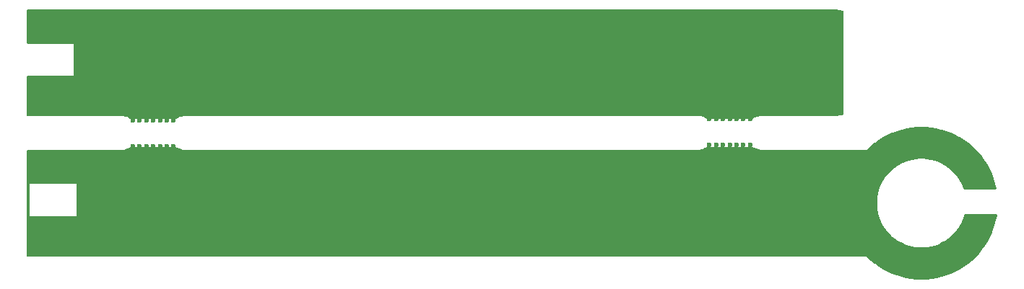
<source format=gbr>
%TF.GenerationSoftware,KiCad,Pcbnew,9.0.0*%
%TF.CreationDate,2025-03-22T23:03:39+01:00*%
%TF.ProjectId,Near-Field Probes,4e656172-2d46-4696-956c-642050726f62,1.0*%
%TF.SameCoordinates,Original*%
%TF.FileFunction,Copper,L2,Inr*%
%TF.FilePolarity,Positive*%
%FSLAX46Y46*%
G04 Gerber Fmt 4.6, Leading zero omitted, Abs format (unit mm)*
G04 Created by KiCad (PCBNEW 9.0.0) date 2025-03-22 23:03:39*
%MOMM*%
%LPD*%
G01*
G04 APERTURE LIST*
%TA.AperFunction,ViaPad*%
%ADD10C,0.600000*%
%TD*%
G04 APERTURE END LIST*
D10*
%TO.N,GND*%
X108000000Y-118000000D03*
X149870173Y-122701820D03*
X159244453Y-112350197D03*
X61700000Y-101500000D03*
X78700000Y-101500000D03*
X153918912Y-109167588D03*
X83700000Y-98900000D03*
X160241916Y-113528669D03*
X104000000Y-115400000D03*
X78000000Y-115400000D03*
X82700000Y-98900000D03*
X152376416Y-124210967D03*
X114000000Y-115400000D03*
X150812307Y-112445080D03*
X132000000Y-118000000D03*
X155009596Y-110728377D03*
X125000000Y-118000000D03*
X69000000Y-118000000D03*
X52800000Y-97150000D03*
X99000000Y-118000000D03*
X160681168Y-119446934D03*
X98000000Y-115400000D03*
X150913347Y-121424403D03*
X102700000Y-101500000D03*
X57000000Y-115400000D03*
X65800000Y-107200000D03*
X104000000Y-118000000D03*
X60000000Y-115400000D03*
X62700000Y-98900000D03*
X74700000Y-101500000D03*
X88000000Y-118000000D03*
X95000000Y-115400000D03*
X100000000Y-115400000D03*
X140000000Y-115400000D03*
X105000000Y-115400000D03*
X160622152Y-114202250D03*
X135000000Y-115400000D03*
X148936482Y-117343189D03*
X55800000Y-95950000D03*
X159814416Y-123093304D03*
X85000000Y-115400000D03*
X77700000Y-98900000D03*
X137000000Y-115400000D03*
X122700000Y-98900000D03*
X62600000Y-107200000D03*
X105700000Y-101500000D03*
X148391357Y-112860361D03*
X63000000Y-115400000D03*
X103000000Y-118000000D03*
X144000000Y-118000000D03*
X55800000Y-112400000D03*
X94700000Y-98900000D03*
X140000000Y-118000000D03*
X117700000Y-98900000D03*
X104700000Y-101500000D03*
X54350000Y-94825000D03*
X125700000Y-101500000D03*
X95700000Y-101500000D03*
X160287639Y-111072780D03*
X58000000Y-118000000D03*
X111700000Y-98900000D03*
X66000000Y-115400000D03*
X106700000Y-101500000D03*
X136700000Y-101500000D03*
X134200000Y-107000000D03*
X123000000Y-115400000D03*
X67000000Y-118000000D03*
X160975319Y-111771456D03*
X91700000Y-101500000D03*
X70000000Y-118000000D03*
X123700000Y-101500000D03*
X57700000Y-101500000D03*
X147000000Y-115400000D03*
X105000000Y-118000000D03*
X108700000Y-101500000D03*
X161570009Y-112550813D03*
X142700000Y-98900000D03*
X62600000Y-110200000D03*
X111700000Y-101500000D03*
X158642956Y-111863891D03*
X147000000Y-118000000D03*
X70700000Y-101500000D03*
X133400000Y-107000000D03*
X89000000Y-115400000D03*
X149841614Y-113645699D03*
X131000000Y-118000000D03*
X128000000Y-118000000D03*
X78700000Y-98900000D03*
X98700000Y-98900000D03*
X102700000Y-98900000D03*
X151514844Y-121910709D03*
X162062331Y-113398558D03*
X101000000Y-115400000D03*
X148095481Y-120376042D03*
X86000000Y-118000000D03*
X147713292Y-119473277D03*
X51050000Y-122075000D03*
X144700000Y-101500000D03*
X117000000Y-118000000D03*
X65000000Y-118000000D03*
X130700000Y-101500000D03*
X54350000Y-113575000D03*
X117700000Y-101500000D03*
X74000000Y-115400000D03*
X155262216Y-124691526D03*
X156543435Y-110904636D03*
X72700000Y-98900000D03*
X129000000Y-115400000D03*
X75700000Y-98900000D03*
X63000000Y-118000000D03*
X123700000Y-98900000D03*
X143000000Y-118000000D03*
X130200000Y-110000000D03*
X63400000Y-107200000D03*
X158677985Y-109960094D03*
X114700000Y-101500000D03*
X134200000Y-110000000D03*
X143700000Y-98900000D03*
X63700000Y-101500000D03*
X110000000Y-115400000D03*
X108700000Y-98900000D03*
X107000000Y-118000000D03*
X136700000Y-98900000D03*
X131700000Y-101500000D03*
X87000000Y-118000000D03*
X152172548Y-122317793D03*
X158106715Y-122251018D03*
X141700000Y-98900000D03*
X93700000Y-98900000D03*
X122000000Y-115400000D03*
X121000000Y-115400000D03*
X51050000Y-113575000D03*
X58000000Y-115400000D03*
X122700000Y-101500000D03*
X126700000Y-98900000D03*
X81700000Y-98900000D03*
X91000000Y-118000000D03*
X160957800Y-118724600D03*
X92700000Y-98900000D03*
X98000000Y-118000000D03*
X151158555Y-110136715D03*
X114700000Y-98900000D03*
X65700000Y-101500000D03*
X138000000Y-118000000D03*
X161209012Y-121720658D03*
X148587803Y-121223787D03*
X118000000Y-118000000D03*
X159868608Y-120759746D03*
X86700000Y-98900000D03*
X133000000Y-118000000D03*
X119000000Y-118000000D03*
X85700000Y-98900000D03*
X130000000Y-118000000D03*
X78000000Y-118000000D03*
X54350000Y-97125000D03*
X124700000Y-101500000D03*
X150377544Y-120866545D03*
X73700000Y-98900000D03*
X134000000Y-115400000D03*
X64000000Y-115400000D03*
X120000000Y-115400000D03*
X126000000Y-115400000D03*
X157410588Y-122588209D03*
X64700000Y-98900000D03*
X59700000Y-101500000D03*
X141700000Y-101500000D03*
X162557812Y-119124600D03*
X135000000Y-110000000D03*
X81000000Y-115400000D03*
X79700000Y-98900000D03*
X89700000Y-101500000D03*
X153480112Y-110939106D03*
X82700000Y-101500000D03*
X66000000Y-118000000D03*
X81000000Y-118000000D03*
X162218431Y-120044314D03*
X125700000Y-98900000D03*
X112000000Y-115400000D03*
X52800000Y-113600000D03*
X96000000Y-115400000D03*
X103000000Y-115400000D03*
X116000000Y-115400000D03*
X113700000Y-98900000D03*
X90700000Y-101500000D03*
X54350000Y-103325000D03*
X65700000Y-98900000D03*
X56700000Y-98900000D03*
X85700000Y-101500000D03*
X132600000Y-110000000D03*
X142700000Y-101500000D03*
X102000000Y-118000000D03*
X124700000Y-98900000D03*
X120700000Y-101500000D03*
X105700000Y-98900000D03*
X151402708Y-111945362D03*
X118700000Y-98900000D03*
X112700000Y-101500000D03*
X115000000Y-115400000D03*
X54350000Y-122075000D03*
X128000000Y-115400000D03*
X130200000Y-107000000D03*
X106000000Y-118000000D03*
X81700000Y-101500000D03*
X60700000Y-101500000D03*
X73000000Y-115400000D03*
X108000000Y-115400000D03*
X94000000Y-118000000D03*
X157985252Y-111456807D03*
X83700000Y-101500000D03*
X90700000Y-98900000D03*
X95700000Y-98900000D03*
X158999257Y-123637885D03*
X65000000Y-110200000D03*
X130700000Y-98900000D03*
X154282642Y-124652962D03*
X95000000Y-118000000D03*
X97700000Y-98900000D03*
X67000000Y-115400000D03*
X68000000Y-115400000D03*
X135000000Y-118000000D03*
X133700000Y-98900000D03*
X99000000Y-115400000D03*
X69700000Y-101500000D03*
X152051085Y-111523582D03*
X86000000Y-115400000D03*
X131000000Y-115400000D03*
X130000000Y-115400000D03*
X162444520Y-114301323D03*
X135700000Y-101500000D03*
X52800000Y-122100000D03*
X76000000Y-115400000D03*
X127000000Y-118000000D03*
X155875170Y-109121638D03*
X152876086Y-122639234D03*
X66600000Y-107200000D03*
X156842187Y-109282671D03*
X155148204Y-123046223D03*
X149476632Y-114327666D03*
X146000000Y-118000000D03*
X91000000Y-115400000D03*
X88700000Y-98900000D03*
X128700000Y-101500000D03*
X142000000Y-115400000D03*
X54350000Y-105625000D03*
X138000000Y-115400000D03*
X154375740Y-123006344D03*
X71000000Y-115400000D03*
X51050000Y-97125000D03*
X127000000Y-115400000D03*
X84000000Y-115400000D03*
X121000000Y-118000000D03*
X123000000Y-118000000D03*
X61700000Y-98900000D03*
X62000000Y-118000000D03*
X83000000Y-118000000D03*
X119700000Y-101500000D03*
X109000000Y-115400000D03*
X51050000Y-94775000D03*
X75000000Y-115400000D03*
X158755092Y-121829238D03*
X157281714Y-111135366D03*
X52800000Y-103300000D03*
X152960523Y-109373846D03*
X129000000Y-118000000D03*
X102000000Y-115400000D03*
X64200000Y-107200000D03*
X51050000Y-103275000D03*
X133700000Y-101500000D03*
X152747212Y-111186391D03*
X107700000Y-101500000D03*
X60000000Y-118000000D03*
X75000000Y-118000000D03*
X87700000Y-101500000D03*
X144700000Y-98900000D03*
X51050000Y-111225000D03*
X69700000Y-98900000D03*
X83000000Y-115400000D03*
X99700000Y-98900000D03*
X160914968Y-114918176D03*
X73000000Y-118000000D03*
X100700000Y-98900000D03*
X67700000Y-98900000D03*
X131000000Y-107000000D03*
X144000000Y-115400000D03*
X79000000Y-115400000D03*
X143700000Y-101500000D03*
X94000000Y-115400000D03*
X64000000Y-118000000D03*
X157781396Y-109563633D03*
X52800000Y-94800000D03*
X76000000Y-118000000D03*
X159345493Y-121329520D03*
X97000000Y-118000000D03*
X88700000Y-101500000D03*
X115700000Y-98900000D03*
X128700000Y-98900000D03*
X115700000Y-101500000D03*
X121700000Y-101500000D03*
X63700000Y-98900000D03*
X67400000Y-110200000D03*
X150343396Y-110681296D03*
X77000000Y-118000000D03*
X66700000Y-98900000D03*
X141000000Y-118000000D03*
X135700000Y-98900000D03*
X55800000Y-104450000D03*
X109700000Y-101500000D03*
X125000000Y-115400000D03*
X94700000Y-101500000D03*
X112700000Y-98900000D03*
X68700000Y-98900000D03*
X150639998Y-123308799D03*
X96000000Y-118000000D03*
X120700000Y-98900000D03*
X116700000Y-98900000D03*
X133000000Y-115400000D03*
X149042055Y-118109443D03*
X67400000Y-107200000D03*
X147600000Y-114650000D03*
X133400000Y-110000000D03*
X87000000Y-115400000D03*
X86700000Y-101500000D03*
X51050000Y-105625000D03*
X110000000Y-118000000D03*
X70000000Y-115400000D03*
X101000000Y-118000000D03*
X71700000Y-101500000D03*
X145000000Y-118000000D03*
X57700000Y-98900000D03*
X127700000Y-98900000D03*
X65000000Y-115400000D03*
X106700000Y-98900000D03*
X132000000Y-115400000D03*
X129700000Y-98900000D03*
X107000000Y-115400000D03*
X52800000Y-105650000D03*
X118000000Y-115400000D03*
X110700000Y-98900000D03*
X98700000Y-101500000D03*
X74000000Y-118000000D03*
X101700000Y-98900000D03*
X96700000Y-98900000D03*
X61000000Y-115400000D03*
X149535648Y-119572350D03*
X56700000Y-101500000D03*
X110700000Y-101500000D03*
X72000000Y-115400000D03*
X80700000Y-101500000D03*
X64200000Y-110200000D03*
X80700000Y-98900000D03*
X131700000Y-98900000D03*
X148948800Y-112053942D03*
X71000000Y-118000000D03*
X116000000Y-118000000D03*
X119000000Y-115400000D03*
X57000000Y-118000000D03*
X143000000Y-115400000D03*
X158122271Y-124076005D03*
X136000000Y-118000000D03*
X156677688Y-122835494D03*
X66600000Y-110200000D03*
X51050000Y-119725000D03*
X87700000Y-98900000D03*
X100000000Y-118000000D03*
X72000000Y-118000000D03*
X84000000Y-118000000D03*
X149242832Y-118856424D03*
X114000000Y-118000000D03*
X117000000Y-115400000D03*
X149016082Y-115801309D03*
X148247422Y-115360601D03*
X159517814Y-110465801D03*
X103700000Y-98900000D03*
X76700000Y-101500000D03*
X137000000Y-118000000D03*
X154895596Y-109083074D03*
X67700000Y-101500000D03*
X76700000Y-98900000D03*
X149915884Y-120245931D03*
X139000000Y-115400000D03*
X145000000Y-115400000D03*
X138700000Y-101500000D03*
X111000000Y-115400000D03*
X75700000Y-101500000D03*
X59000000Y-118000000D03*
X131800000Y-110000000D03*
X139000000Y-118000000D03*
X122000000Y-118000000D03*
X92000000Y-115400000D03*
X139700000Y-98900000D03*
X152035541Y-109698595D03*
X60700000Y-98900000D03*
X131800000Y-107000000D03*
X91700000Y-98900000D03*
X112000000Y-118000000D03*
X92000000Y-118000000D03*
X154238225Y-110785628D03*
X74700000Y-98900000D03*
X115000000Y-118000000D03*
X159780256Y-112908055D03*
X126000000Y-118000000D03*
X63400000Y-110200000D03*
X124000000Y-118000000D03*
X137700000Y-101500000D03*
X132700000Y-101500000D03*
X149182493Y-122003144D03*
X118700000Y-101500000D03*
X109000000Y-118000000D03*
X149602918Y-111323749D03*
X109700000Y-98900000D03*
X160554894Y-122450851D03*
X99700000Y-101500000D03*
X134000000Y-118000000D03*
X129700000Y-101500000D03*
X79700000Y-101500000D03*
X147939381Y-113730286D03*
X100700000Y-101500000D03*
X101700000Y-101500000D03*
X65800000Y-110200000D03*
X140700000Y-98900000D03*
X77000000Y-115400000D03*
X126700000Y-101500000D03*
X113700000Y-101500000D03*
X80000000Y-115400000D03*
X131000000Y-110000000D03*
X149200000Y-115050000D03*
X82000000Y-115400000D03*
X97700000Y-101500000D03*
X52800000Y-119750000D03*
X120000000Y-118000000D03*
X58700000Y-101500000D03*
X84700000Y-98900000D03*
X103700000Y-101500000D03*
X135000000Y-107000000D03*
X151479827Y-123814506D03*
X148927779Y-116569745D03*
X90000000Y-115400000D03*
X62700000Y-101500000D03*
X132700000Y-98900000D03*
X62000000Y-115400000D03*
X132600000Y-107000000D03*
X119700000Y-98900000D03*
X139700000Y-101500000D03*
X134700000Y-101500000D03*
X161766455Y-120914239D03*
X89000000Y-118000000D03*
X79000000Y-118000000D03*
X66700000Y-101500000D03*
X93000000Y-118000000D03*
X155782060Y-110768256D03*
X116700000Y-101500000D03*
X88000000Y-115400000D03*
X59700000Y-98900000D03*
X142000000Y-118000000D03*
X127700000Y-101500000D03*
X55800000Y-120900000D03*
X82000000Y-118000000D03*
X93000000Y-115400000D03*
X58700000Y-98900000D03*
X54350000Y-119775000D03*
X71700000Y-98900000D03*
X54350000Y-111275000D03*
X72700000Y-101500000D03*
X68700000Y-101500000D03*
X92700000Y-101500000D03*
X138700000Y-98900000D03*
X136000000Y-115400000D03*
X121700000Y-98900000D03*
X140700000Y-101500000D03*
X96700000Y-101500000D03*
X68000000Y-118000000D03*
X65000000Y-107200000D03*
X111000000Y-118000000D03*
X89700000Y-98900000D03*
X80000000Y-118000000D03*
X106000000Y-115400000D03*
X97000000Y-115400000D03*
X52800000Y-111250000D03*
X153315625Y-124491929D03*
X155919575Y-122988972D03*
X84700000Y-101500000D03*
X137700000Y-98900000D03*
X157197289Y-124400754D03*
X107700000Y-98900000D03*
X156238900Y-124607012D03*
X134700000Y-98900000D03*
X150289192Y-113014854D03*
X141000000Y-115400000D03*
X61000000Y-118000000D03*
X85000000Y-118000000D03*
X113000000Y-115400000D03*
X124000000Y-115400000D03*
X73700000Y-101500000D03*
X90000000Y-118000000D03*
X59000000Y-115400000D03*
X93700000Y-101500000D03*
X64700000Y-101500000D03*
X77700000Y-101500000D03*
X146000000Y-115400000D03*
X113000000Y-118000000D03*
X70700000Y-98900000D03*
X104700000Y-98900000D03*
X160316186Y-120128901D03*
X69000000Y-115400000D03*
X153614365Y-122869964D03*
%TD*%
%TA.AperFunction,Conductor*%
%TO.N,GND*%
G36*
X144689951Y-94100617D02*
G01*
X145100824Y-94118582D01*
X145111610Y-94119527D01*
X145516671Y-94172938D01*
X145527301Y-94174816D01*
X145852880Y-94247113D01*
X145914059Y-94280862D01*
X145947279Y-94342329D01*
X145950000Y-94368164D01*
X145950000Y-106407476D01*
X145930315Y-106474515D01*
X145877511Y-106520270D01*
X145852865Y-106528531D01*
X145531530Y-106599843D01*
X145520866Y-106601725D01*
X145116083Y-106655069D01*
X145105296Y-106656014D01*
X144883668Y-106665699D01*
X144694137Y-106673982D01*
X144689917Y-106674094D01*
X144689281Y-106674100D01*
X144652096Y-106674100D01*
X144651228Y-106674459D01*
X144638624Y-106674578D01*
X144638338Y-106674497D01*
X144637453Y-106674584D01*
X136247380Y-106674500D01*
X136231318Y-106672155D01*
X136231276Y-106672609D01*
X136219117Y-106671467D01*
X136196029Y-106673847D01*
X136196011Y-106673849D01*
X136189684Y-106674500D01*
X136160120Y-106674500D01*
X136150344Y-106678547D01*
X136132326Y-106680402D01*
X136132312Y-106680399D01*
X136132287Y-106680406D01*
X136043560Y-106689507D01*
X136009371Y-106697922D01*
X135778275Y-106754801D01*
X135778270Y-106754803D01*
X135524565Y-106856118D01*
X135524557Y-106856121D01*
X135300994Y-106983698D01*
X135239536Y-107000000D01*
X129990898Y-107000000D01*
X129923859Y-106980315D01*
X129921954Y-106979067D01*
X129785721Y-106887937D01*
X129785714Y-106887933D01*
X129543117Y-106769449D01*
X129286764Y-106684761D01*
X129187398Y-106666355D01*
X129187361Y-106666348D01*
X129174579Y-106663976D01*
X129157201Y-106656784D01*
X129135852Y-106656789D01*
X129124616Y-106654705D01*
X129124607Y-106654700D01*
X129124579Y-106654698D01*
X129114816Y-106652883D01*
X129109023Y-106654111D01*
X129083356Y-106656804D01*
X68550865Y-106674487D01*
X68550866Y-106674488D01*
X68536179Y-106674492D01*
X68520487Y-106670728D01*
X68496675Y-106674503D01*
X68486923Y-106674506D01*
X68486923Y-106674507D01*
X68472561Y-106674511D01*
X68472552Y-106674513D01*
X68471186Y-106675080D01*
X68443170Y-106682992D01*
X68349210Y-106697922D01*
X68349204Y-106697923D01*
X68093387Y-106774695D01*
X67850150Y-106885026D01*
X67697029Y-106981052D01*
X67631149Y-107000000D01*
X62376675Y-107000000D01*
X62310440Y-106980828D01*
X62162387Y-106887281D01*
X62162377Y-106887275D01*
X61919488Y-106776117D01*
X61919475Y-106776112D01*
X61663902Y-106698481D01*
X61663884Y-106698477D01*
X61569444Y-106683149D01*
X61569444Y-106683150D01*
X61567384Y-106682815D01*
X61555179Y-106680835D01*
X61539889Y-106674501D01*
X61516121Y-106674500D01*
X61507554Y-106673112D01*
X61506251Y-106672901D01*
X61506248Y-106672899D01*
X61492694Y-106670704D01*
X61492688Y-106670705D01*
X61490704Y-106671174D01*
X61462186Y-106674497D01*
X50324496Y-106674111D01*
X50257457Y-106654424D01*
X50211704Y-106601619D01*
X50200500Y-106550111D01*
X50200500Y-102024000D01*
X50220185Y-101956961D01*
X50272989Y-101911206D01*
X50324500Y-101900000D01*
X55700000Y-101900000D01*
X55700000Y-98150000D01*
X50324500Y-98150000D01*
X50257461Y-98130315D01*
X50211706Y-98077511D01*
X50200500Y-98026000D01*
X50200500Y-94224500D01*
X50220185Y-94157461D01*
X50272989Y-94111706D01*
X50324500Y-94100500D01*
X144647371Y-94100500D01*
X144684536Y-94100500D01*
X144689951Y-94100617D01*
G37*
%TD.AperFunction*%
%TD*%
%TA.AperFunction,Conductor*%
%TO.N,GND*%
G36*
X67773613Y-110344418D02*
G01*
X67837737Y-110385268D01*
X68080186Y-110497321D01*
X68335454Y-110575907D01*
X68444481Y-110594023D01*
X68460118Y-110600500D01*
X68483486Y-110600500D01*
X68506538Y-110604323D01*
X68508681Y-110603825D01*
X68509142Y-110603718D01*
X68537209Y-110600500D01*
X128972245Y-110600500D01*
X128983914Y-110603794D01*
X129011803Y-110600500D01*
X129039882Y-110600500D01*
X129039884Y-110600500D01*
X129051173Y-110598253D01*
X129068353Y-110593777D01*
X129157584Y-110583299D01*
X129418986Y-110515764D01*
X129668895Y-110413600D01*
X129793690Y-110341595D01*
X129855659Y-110325000D01*
X135342053Y-110325000D01*
X135406211Y-110342888D01*
X135476307Y-110385270D01*
X135479954Y-110387475D01*
X135731030Y-110495171D01*
X135994578Y-110567144D01*
X136265542Y-110602011D01*
X136400427Y-110600507D01*
X136401808Y-110600500D01*
X147605366Y-110600500D01*
X147782697Y-123174100D01*
X50324500Y-123174100D01*
X50257461Y-123154415D01*
X50211706Y-123101611D01*
X50200500Y-123050100D01*
X50200500Y-118400000D01*
X50500000Y-118400000D01*
X56000000Y-118400000D01*
X56000000Y-114650000D01*
X50500000Y-114650000D01*
X50500000Y-118400000D01*
X50200500Y-118400000D01*
X50200500Y-110724500D01*
X50220185Y-110657461D01*
X50272989Y-110611706D01*
X50324500Y-110600500D01*
X61462171Y-110600500D01*
X61490693Y-110603825D01*
X61492687Y-110604296D01*
X61492691Y-110604297D01*
X61504416Y-110602397D01*
X61506286Y-110602095D01*
X61526111Y-110600500D01*
X61539881Y-110600500D01*
X61539882Y-110600500D01*
X61541835Y-110599690D01*
X61569417Y-110591853D01*
X61663896Y-110576520D01*
X61773660Y-110543179D01*
X61919475Y-110498888D01*
X61919478Y-110498886D01*
X61919487Y-110498884D01*
X62162381Y-110387722D01*
X62231306Y-110344172D01*
X62297541Y-110325000D01*
X67706990Y-110325000D01*
X67773613Y-110344418D01*
G37*
%TD.AperFunction*%
%TD*%
%TA.AperFunction,Conductor*%
%TO.N,GND*%
G36*
X155661781Y-107932458D02*
G01*
X155669859Y-107932988D01*
X156246215Y-107989754D01*
X156254213Y-107990807D01*
X156825628Y-108085148D01*
X156833571Y-108086728D01*
X157397586Y-108218238D01*
X157405394Y-108220331D01*
X157874831Y-108362733D01*
X157959598Y-108388447D01*
X157967282Y-108391056D01*
X158509268Y-108595045D01*
X158516765Y-108598150D01*
X159044291Y-108837168D01*
X159051533Y-108840740D01*
X159505463Y-109083371D01*
X159562282Y-109113742D01*
X159569309Y-109117799D01*
X160061096Y-109423612D01*
X160067843Y-109428120D01*
X160538578Y-109765444D01*
X160545016Y-109770384D01*
X160992686Y-110137776D01*
X160998783Y-110143123D01*
X161421473Y-110539016D01*
X161427185Y-110544728D01*
X161640602Y-110772591D01*
X161823074Y-110967415D01*
X161828424Y-110973515D01*
X162195817Y-111421185D01*
X162200753Y-111427618D01*
X162471351Y-111805236D01*
X162538082Y-111898358D01*
X162542590Y-111905105D01*
X162848402Y-112396892D01*
X162852459Y-112403919D01*
X163125451Y-112914651D01*
X163129040Y-112921928D01*
X163368050Y-113449436D01*
X163371155Y-113456933D01*
X163575144Y-113998919D01*
X163577753Y-114006603D01*
X163745865Y-114560792D01*
X163747965Y-114568629D01*
X163867698Y-115082135D01*
X163871361Y-115097842D01*
X163867414Y-115167600D01*
X163826379Y-115224151D01*
X163761285Y-115249539D01*
X163750600Y-115250000D01*
X160104060Y-115250000D01*
X160037021Y-115230315D01*
X159991266Y-115177511D01*
X159987538Y-115168411D01*
X159975950Y-115136575D01*
X159888118Y-114895259D01*
X159696200Y-114483689D01*
X159469141Y-114090412D01*
X159469133Y-114090401D01*
X159469129Y-114090394D01*
X159208669Y-113718418D01*
X158986064Y-113453129D01*
X158916769Y-113370546D01*
X158595660Y-113049437D01*
X158439301Y-112918236D01*
X158247787Y-112757536D01*
X157875811Y-112497076D01*
X157875800Y-112497069D01*
X157875794Y-112497065D01*
X157702290Y-112396892D01*
X157482523Y-112270009D01*
X157482508Y-112270001D01*
X157070956Y-112078092D01*
X157070954Y-112078091D01*
X157070947Y-112078088D01*
X156644216Y-111922770D01*
X156644215Y-111922769D01*
X156644205Y-111922766D01*
X156205579Y-111805238D01*
X156205582Y-111805238D01*
X156205572Y-111805236D01*
X156142433Y-111794102D01*
X155758356Y-111726379D01*
X155305968Y-111686800D01*
X155305965Y-111686800D01*
X154851847Y-111686800D01*
X154851843Y-111686800D01*
X154399455Y-111726379D01*
X153952245Y-111805235D01*
X153952242Y-111805235D01*
X153952240Y-111805236D01*
X153952235Y-111805237D01*
X153952232Y-111805238D01*
X153513606Y-111922766D01*
X153300230Y-112000429D01*
X153086865Y-112078088D01*
X153086861Y-112078089D01*
X153086855Y-112078092D01*
X152675303Y-112270001D01*
X152675288Y-112270009D01*
X152282026Y-112497060D01*
X152282000Y-112497076D01*
X151910024Y-112757536D01*
X151562149Y-113049439D01*
X151241045Y-113370543D01*
X150949142Y-113718418D01*
X150688682Y-114090394D01*
X150688666Y-114090420D01*
X150461615Y-114483682D01*
X150461607Y-114483697D01*
X150269698Y-114895249D01*
X150114372Y-115322000D01*
X149996844Y-115760626D01*
X149996841Y-115760639D01*
X149917985Y-116207849D01*
X149878406Y-116660237D01*
X149878406Y-117114362D01*
X149917985Y-117566750D01*
X149996841Y-118013960D01*
X149996844Y-118013973D01*
X150114372Y-118452599D01*
X150114375Y-118452609D01*
X150114376Y-118452610D01*
X150269694Y-118879341D01*
X150269697Y-118879348D01*
X150269698Y-118879350D01*
X150461607Y-119290902D01*
X150461612Y-119290911D01*
X150688671Y-119684188D01*
X150688675Y-119684194D01*
X150688682Y-119684205D01*
X150949142Y-120056181D01*
X151160129Y-120307625D01*
X151241043Y-120404054D01*
X151562152Y-120725163D01*
X151706794Y-120846532D01*
X151910024Y-121017063D01*
X152282000Y-121277523D01*
X152282007Y-121277527D01*
X152282018Y-121277535D01*
X152650594Y-121490333D01*
X152675288Y-121504590D01*
X152675303Y-121504598D01*
X152858215Y-121589890D01*
X153086865Y-121696512D01*
X153513596Y-121851830D01*
X153513602Y-121851831D01*
X153513606Y-121851833D01*
X153633057Y-121883839D01*
X153952240Y-121969364D01*
X154399458Y-122048221D01*
X154851845Y-122087799D01*
X154851846Y-122087800D01*
X154851847Y-122087800D01*
X155305966Y-122087800D01*
X155305966Y-122087799D01*
X155758354Y-122048221D01*
X156205572Y-121969364D01*
X156644216Y-121851830D01*
X157070947Y-121696512D01*
X157482517Y-121504594D01*
X157875794Y-121277535D01*
X158247786Y-121017064D01*
X158595660Y-120725163D01*
X158916769Y-120404054D01*
X159208670Y-120056180D01*
X159469141Y-119684188D01*
X159696200Y-119290911D01*
X159888118Y-118879341D01*
X160043436Y-118452610D01*
X160099894Y-118241907D01*
X160136259Y-118182246D01*
X160199106Y-118151717D01*
X160219669Y-118150000D01*
X163814814Y-118150000D01*
X163881853Y-118169685D01*
X163927608Y-118222489D01*
X163937552Y-118291647D01*
X163937158Y-118294199D01*
X163881053Y-118634017D01*
X163879470Y-118641976D01*
X163747965Y-119205969D01*
X163745865Y-119213806D01*
X163577753Y-119767996D01*
X163575144Y-119775680D01*
X163371155Y-120317667D01*
X163368050Y-120325164D01*
X163129040Y-120852671D01*
X163125451Y-120859948D01*
X162852459Y-121370679D01*
X162848402Y-121377706D01*
X162542589Y-121869493D01*
X162538081Y-121876240D01*
X162200757Y-122346976D01*
X162195817Y-122353414D01*
X161828425Y-122801083D01*
X161823075Y-122807183D01*
X161427198Y-123229858D01*
X161421460Y-123235596D01*
X160998786Y-123631472D01*
X160992686Y-123636822D01*
X160545017Y-124004216D01*
X160538579Y-124009156D01*
X160067850Y-124346475D01*
X160061103Y-124350983D01*
X159569303Y-124656804D01*
X159562276Y-124660861D01*
X159051551Y-124933850D01*
X159044274Y-124937439D01*
X158516766Y-125176449D01*
X158509269Y-125179554D01*
X157967283Y-125383543D01*
X157959599Y-125386152D01*
X157405410Y-125554264D01*
X157397572Y-125556364D01*
X156833578Y-125687869D01*
X156825620Y-125689452D01*
X156254237Y-125783788D01*
X156246192Y-125784847D01*
X155669870Y-125841610D01*
X155661773Y-125842141D01*
X155082960Y-125861090D01*
X155074846Y-125861090D01*
X154496033Y-125842141D01*
X154487936Y-125841610D01*
X153911613Y-125784848D01*
X153903568Y-125783789D01*
X153332182Y-125689453D01*
X153324224Y-125687870D01*
X152760237Y-125556367D01*
X152752399Y-125554267D01*
X152198206Y-125386154D01*
X152190522Y-125383545D01*
X151648535Y-125179556D01*
X151641039Y-125176451D01*
X151113532Y-124937442D01*
X151106254Y-124933853D01*
X151106248Y-124933850D01*
X150925246Y-124837102D01*
X150595522Y-124660860D01*
X150588495Y-124656803D01*
X150096708Y-124350991D01*
X150089961Y-124346483D01*
X149619225Y-124009159D01*
X149612787Y-124004219D01*
X149165118Y-123636827D01*
X149159018Y-123631477D01*
X148734864Y-123234213D01*
X148731948Y-123231391D01*
X148705181Y-123204624D01*
X148631490Y-123174100D01*
X148631489Y-123174100D01*
X147782697Y-123174100D01*
X147605367Y-110600500D01*
X148631488Y-110600501D01*
X148705180Y-110569977D01*
X148718924Y-110556231D01*
X148731978Y-110543179D01*
X148734895Y-110540356D01*
X148842170Y-110439882D01*
X149159031Y-110143109D01*
X149165114Y-110137776D01*
X149612792Y-109770376D01*
X149619225Y-109765441D01*
X150089967Y-109428112D01*
X150096708Y-109423609D01*
X150588505Y-109117789D01*
X150595517Y-109113742D01*
X151106283Y-108840732D01*
X151113501Y-108837172D01*
X151641045Y-108598145D01*
X151648530Y-108595045D01*
X152190537Y-108391048D01*
X152198190Y-108388449D01*
X152752423Y-108220325D01*
X152760212Y-108218238D01*
X153324250Y-108086723D01*
X153332153Y-108085151D01*
X153903598Y-107990805D01*
X153911581Y-107989754D01*
X154487947Y-107932988D01*
X154496021Y-107932458D01*
X155074871Y-107913509D01*
X155082935Y-107913509D01*
X155661781Y-107932458D01*
G37*
%TD.AperFunction*%
%TD*%
M02*

</source>
